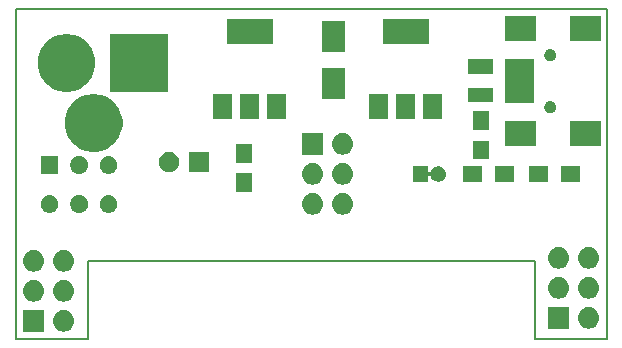
<source format=gbr>
%TF.GenerationSoftware,KiCad,Pcbnew,5.0.2-bee76a0~70~ubuntu18.04.1*%
%TF.CreationDate,2018-12-09T23:27:29+01:00*%
%TF.ProjectId,Protoboard_power_supply,50726f74-6f62-46f6-9172-645f706f7765,rev?*%
%TF.SameCoordinates,Original*%
%TF.FileFunction,Soldermask,Top*%
%TF.FilePolarity,Negative*%
%FSLAX46Y46*%
G04 Gerber Fmt 4.6, Leading zero omitted, Abs format (unit mm)*
G04 Created by KiCad (PCBNEW 5.0.2-bee76a0~70~ubuntu18.04.1) date dom 09 dic 2018 23:27:29 CET*
%MOMM*%
%LPD*%
G01*
G04 APERTURE LIST*
%ADD10C,0.127000*%
G04 APERTURE END LIST*
D10*
X148336000Y-114300000D02*
X148336000Y-107696000D01*
X192278000Y-114300000D02*
X192278000Y-86360000D01*
X186182000Y-107696000D02*
X186182000Y-114300000D01*
X142240000Y-114300000D02*
X142240000Y-86360000D01*
X148336000Y-114300000D02*
X142240000Y-114300000D01*
X186182000Y-107696000D02*
X148336000Y-107696000D01*
X192278000Y-114300000D02*
X186182000Y-114300000D01*
X142240000Y-86360000D02*
X192278000Y-86360000D01*
G36*
X146480432Y-111889022D02*
X146650081Y-111940485D01*
X146806433Y-112024056D01*
X146943475Y-112136525D01*
X147055944Y-112273567D01*
X147139515Y-112429919D01*
X147190978Y-112599568D01*
X147208354Y-112776000D01*
X147190978Y-112952432D01*
X147139515Y-113122081D01*
X147055944Y-113278433D01*
X146943475Y-113415475D01*
X146806433Y-113527944D01*
X146650081Y-113611515D01*
X146480432Y-113662978D01*
X146348211Y-113676000D01*
X146259789Y-113676000D01*
X146127568Y-113662978D01*
X145957919Y-113611515D01*
X145801567Y-113527944D01*
X145664525Y-113415475D01*
X145552056Y-113278433D01*
X145468485Y-113122081D01*
X145417022Y-112952432D01*
X145399646Y-112776000D01*
X145417022Y-112599568D01*
X145468485Y-112429919D01*
X145552056Y-112273567D01*
X145664525Y-112136525D01*
X145801567Y-112024056D01*
X145957919Y-111940485D01*
X146127568Y-111889022D01*
X146259789Y-111876000D01*
X146348211Y-111876000D01*
X146480432Y-111889022D01*
X146480432Y-111889022D01*
G37*
G36*
X144664000Y-113676000D02*
X142864000Y-113676000D01*
X142864000Y-111876000D01*
X144664000Y-111876000D01*
X144664000Y-113676000D01*
X144664000Y-113676000D01*
G37*
G36*
X190930432Y-111635022D02*
X191100081Y-111686485D01*
X191256433Y-111770056D01*
X191393475Y-111882525D01*
X191505944Y-112019567D01*
X191589515Y-112175919D01*
X191640978Y-112345568D01*
X191658354Y-112522000D01*
X191640978Y-112698432D01*
X191589515Y-112868081D01*
X191505944Y-113024433D01*
X191393475Y-113161475D01*
X191256433Y-113273944D01*
X191100081Y-113357515D01*
X190930432Y-113408978D01*
X190798211Y-113422000D01*
X190709789Y-113422000D01*
X190577568Y-113408978D01*
X190407919Y-113357515D01*
X190251567Y-113273944D01*
X190114525Y-113161475D01*
X190002056Y-113024433D01*
X189918485Y-112868081D01*
X189867022Y-112698432D01*
X189849646Y-112522000D01*
X189867022Y-112345568D01*
X189918485Y-112175919D01*
X190002056Y-112019567D01*
X190114525Y-111882525D01*
X190251567Y-111770056D01*
X190407919Y-111686485D01*
X190577568Y-111635022D01*
X190709789Y-111622000D01*
X190798211Y-111622000D01*
X190930432Y-111635022D01*
X190930432Y-111635022D01*
G37*
G36*
X189114000Y-113422000D02*
X187314000Y-113422000D01*
X187314000Y-111622000D01*
X189114000Y-111622000D01*
X189114000Y-113422000D01*
X189114000Y-113422000D01*
G37*
G36*
X143940432Y-109349022D02*
X144110081Y-109400485D01*
X144266433Y-109484056D01*
X144403475Y-109596525D01*
X144515944Y-109733567D01*
X144599515Y-109889919D01*
X144650978Y-110059568D01*
X144668354Y-110236000D01*
X144650978Y-110412432D01*
X144599515Y-110582081D01*
X144515944Y-110738433D01*
X144403475Y-110875475D01*
X144266433Y-110987944D01*
X144110081Y-111071515D01*
X143940432Y-111122978D01*
X143808211Y-111136000D01*
X143719789Y-111136000D01*
X143587568Y-111122978D01*
X143417919Y-111071515D01*
X143261567Y-110987944D01*
X143124525Y-110875475D01*
X143012056Y-110738433D01*
X142928485Y-110582081D01*
X142877022Y-110412432D01*
X142859646Y-110236000D01*
X142877022Y-110059568D01*
X142928485Y-109889919D01*
X143012056Y-109733567D01*
X143124525Y-109596525D01*
X143261567Y-109484056D01*
X143417919Y-109400485D01*
X143587568Y-109349022D01*
X143719789Y-109336000D01*
X143808211Y-109336000D01*
X143940432Y-109349022D01*
X143940432Y-109349022D01*
G37*
G36*
X146480432Y-109349022D02*
X146650081Y-109400485D01*
X146806433Y-109484056D01*
X146943475Y-109596525D01*
X147055944Y-109733567D01*
X147139515Y-109889919D01*
X147190978Y-110059568D01*
X147208354Y-110236000D01*
X147190978Y-110412432D01*
X147139515Y-110582081D01*
X147055944Y-110738433D01*
X146943475Y-110875475D01*
X146806433Y-110987944D01*
X146650081Y-111071515D01*
X146480432Y-111122978D01*
X146348211Y-111136000D01*
X146259789Y-111136000D01*
X146127568Y-111122978D01*
X145957919Y-111071515D01*
X145801567Y-110987944D01*
X145664525Y-110875475D01*
X145552056Y-110738433D01*
X145468485Y-110582081D01*
X145417022Y-110412432D01*
X145399646Y-110236000D01*
X145417022Y-110059568D01*
X145468485Y-109889919D01*
X145552056Y-109733567D01*
X145664525Y-109596525D01*
X145801567Y-109484056D01*
X145957919Y-109400485D01*
X146127568Y-109349022D01*
X146259789Y-109336000D01*
X146348211Y-109336000D01*
X146480432Y-109349022D01*
X146480432Y-109349022D01*
G37*
G36*
X188390432Y-109095022D02*
X188560081Y-109146485D01*
X188716433Y-109230056D01*
X188853475Y-109342525D01*
X188965944Y-109479567D01*
X189049515Y-109635919D01*
X189100978Y-109805568D01*
X189118354Y-109982000D01*
X189100978Y-110158432D01*
X189049515Y-110328081D01*
X188965944Y-110484433D01*
X188853475Y-110621475D01*
X188716433Y-110733944D01*
X188560081Y-110817515D01*
X188390432Y-110868978D01*
X188258211Y-110882000D01*
X188169789Y-110882000D01*
X188037568Y-110868978D01*
X187867919Y-110817515D01*
X187711567Y-110733944D01*
X187574525Y-110621475D01*
X187462056Y-110484433D01*
X187378485Y-110328081D01*
X187327022Y-110158432D01*
X187309646Y-109982000D01*
X187327022Y-109805568D01*
X187378485Y-109635919D01*
X187462056Y-109479567D01*
X187574525Y-109342525D01*
X187711567Y-109230056D01*
X187867919Y-109146485D01*
X188037568Y-109095022D01*
X188169789Y-109082000D01*
X188258211Y-109082000D01*
X188390432Y-109095022D01*
X188390432Y-109095022D01*
G37*
G36*
X190930432Y-109095022D02*
X191100081Y-109146485D01*
X191256433Y-109230056D01*
X191393475Y-109342525D01*
X191505944Y-109479567D01*
X191589515Y-109635919D01*
X191640978Y-109805568D01*
X191658354Y-109982000D01*
X191640978Y-110158432D01*
X191589515Y-110328081D01*
X191505944Y-110484433D01*
X191393475Y-110621475D01*
X191256433Y-110733944D01*
X191100081Y-110817515D01*
X190930432Y-110868978D01*
X190798211Y-110882000D01*
X190709789Y-110882000D01*
X190577568Y-110868978D01*
X190407919Y-110817515D01*
X190251567Y-110733944D01*
X190114525Y-110621475D01*
X190002056Y-110484433D01*
X189918485Y-110328081D01*
X189867022Y-110158432D01*
X189849646Y-109982000D01*
X189867022Y-109805568D01*
X189918485Y-109635919D01*
X190002056Y-109479567D01*
X190114525Y-109342525D01*
X190251567Y-109230056D01*
X190407919Y-109146485D01*
X190577568Y-109095022D01*
X190709789Y-109082000D01*
X190798211Y-109082000D01*
X190930432Y-109095022D01*
X190930432Y-109095022D01*
G37*
G36*
X146480432Y-106809022D02*
X146650081Y-106860485D01*
X146806433Y-106944056D01*
X146943475Y-107056525D01*
X147055944Y-107193567D01*
X147139515Y-107349919D01*
X147190978Y-107519568D01*
X147208354Y-107696000D01*
X147190978Y-107872432D01*
X147139515Y-108042081D01*
X147055944Y-108198433D01*
X146943475Y-108335475D01*
X146806433Y-108447944D01*
X146650081Y-108531515D01*
X146480432Y-108582978D01*
X146348211Y-108596000D01*
X146259789Y-108596000D01*
X146127568Y-108582978D01*
X145957919Y-108531515D01*
X145801567Y-108447944D01*
X145664525Y-108335475D01*
X145552056Y-108198433D01*
X145468485Y-108042081D01*
X145417022Y-107872432D01*
X145399646Y-107696000D01*
X145417022Y-107519568D01*
X145468485Y-107349919D01*
X145552056Y-107193567D01*
X145664525Y-107056525D01*
X145801567Y-106944056D01*
X145957919Y-106860485D01*
X146127568Y-106809022D01*
X146259789Y-106796000D01*
X146348211Y-106796000D01*
X146480432Y-106809022D01*
X146480432Y-106809022D01*
G37*
G36*
X143940432Y-106809022D02*
X144110081Y-106860485D01*
X144266433Y-106944056D01*
X144403475Y-107056525D01*
X144515944Y-107193567D01*
X144599515Y-107349919D01*
X144650978Y-107519568D01*
X144668354Y-107696000D01*
X144650978Y-107872432D01*
X144599515Y-108042081D01*
X144515944Y-108198433D01*
X144403475Y-108335475D01*
X144266433Y-108447944D01*
X144110081Y-108531515D01*
X143940432Y-108582978D01*
X143808211Y-108596000D01*
X143719789Y-108596000D01*
X143587568Y-108582978D01*
X143417919Y-108531515D01*
X143261567Y-108447944D01*
X143124525Y-108335475D01*
X143012056Y-108198433D01*
X142928485Y-108042081D01*
X142877022Y-107872432D01*
X142859646Y-107696000D01*
X142877022Y-107519568D01*
X142928485Y-107349919D01*
X143012056Y-107193567D01*
X143124525Y-107056525D01*
X143261567Y-106944056D01*
X143417919Y-106860485D01*
X143587568Y-106809022D01*
X143719789Y-106796000D01*
X143808211Y-106796000D01*
X143940432Y-106809022D01*
X143940432Y-106809022D01*
G37*
G36*
X188390432Y-106555022D02*
X188560081Y-106606485D01*
X188716433Y-106690056D01*
X188853475Y-106802525D01*
X188965944Y-106939567D01*
X189049515Y-107095919D01*
X189100978Y-107265568D01*
X189118354Y-107442000D01*
X189100978Y-107618432D01*
X189049515Y-107788081D01*
X188965944Y-107944433D01*
X188853475Y-108081475D01*
X188716433Y-108193944D01*
X188560081Y-108277515D01*
X188390432Y-108328978D01*
X188258211Y-108342000D01*
X188169789Y-108342000D01*
X188037568Y-108328978D01*
X187867919Y-108277515D01*
X187711567Y-108193944D01*
X187574525Y-108081475D01*
X187462056Y-107944433D01*
X187378485Y-107788081D01*
X187327022Y-107618432D01*
X187309646Y-107442000D01*
X187327022Y-107265568D01*
X187378485Y-107095919D01*
X187462056Y-106939567D01*
X187574525Y-106802525D01*
X187711567Y-106690056D01*
X187867919Y-106606485D01*
X188037568Y-106555022D01*
X188169789Y-106542000D01*
X188258211Y-106542000D01*
X188390432Y-106555022D01*
X188390432Y-106555022D01*
G37*
G36*
X190930432Y-106555022D02*
X191100081Y-106606485D01*
X191256433Y-106690056D01*
X191393475Y-106802525D01*
X191505944Y-106939567D01*
X191589515Y-107095919D01*
X191640978Y-107265568D01*
X191658354Y-107442000D01*
X191640978Y-107618432D01*
X191589515Y-107788081D01*
X191505944Y-107944433D01*
X191393475Y-108081475D01*
X191256433Y-108193944D01*
X191100081Y-108277515D01*
X190930432Y-108328978D01*
X190798211Y-108342000D01*
X190709789Y-108342000D01*
X190577568Y-108328978D01*
X190407919Y-108277515D01*
X190251567Y-108193944D01*
X190114525Y-108081475D01*
X190002056Y-107944433D01*
X189918485Y-107788081D01*
X189867022Y-107618432D01*
X189849646Y-107442000D01*
X189867022Y-107265568D01*
X189918485Y-107095919D01*
X190002056Y-106939567D01*
X190114525Y-106802525D01*
X190251567Y-106690056D01*
X190407919Y-106606485D01*
X190577568Y-106555022D01*
X190709789Y-106542000D01*
X190798211Y-106542000D01*
X190930432Y-106555022D01*
X190930432Y-106555022D01*
G37*
G36*
X170102432Y-101983022D02*
X170272081Y-102034485D01*
X170428433Y-102118056D01*
X170565475Y-102230525D01*
X170677944Y-102367567D01*
X170761515Y-102523919D01*
X170812978Y-102693568D01*
X170830354Y-102870000D01*
X170812978Y-103046432D01*
X170761515Y-103216081D01*
X170677944Y-103372433D01*
X170565475Y-103509475D01*
X170428433Y-103621944D01*
X170272081Y-103705515D01*
X170102432Y-103756978D01*
X169970211Y-103770000D01*
X169881789Y-103770000D01*
X169749568Y-103756978D01*
X169579919Y-103705515D01*
X169423567Y-103621944D01*
X169286525Y-103509475D01*
X169174056Y-103372433D01*
X169090485Y-103216081D01*
X169039022Y-103046432D01*
X169021646Y-102870000D01*
X169039022Y-102693568D01*
X169090485Y-102523919D01*
X169174056Y-102367567D01*
X169286525Y-102230525D01*
X169423567Y-102118056D01*
X169579919Y-102034485D01*
X169749568Y-101983022D01*
X169881789Y-101970000D01*
X169970211Y-101970000D01*
X170102432Y-101983022D01*
X170102432Y-101983022D01*
G37*
G36*
X167562432Y-101983022D02*
X167732081Y-102034485D01*
X167888433Y-102118056D01*
X168025475Y-102230525D01*
X168137944Y-102367567D01*
X168221515Y-102523919D01*
X168272978Y-102693568D01*
X168290354Y-102870000D01*
X168272978Y-103046432D01*
X168221515Y-103216081D01*
X168137944Y-103372433D01*
X168025475Y-103509475D01*
X167888433Y-103621944D01*
X167732081Y-103705515D01*
X167562432Y-103756978D01*
X167430211Y-103770000D01*
X167341789Y-103770000D01*
X167209568Y-103756978D01*
X167039919Y-103705515D01*
X166883567Y-103621944D01*
X166746525Y-103509475D01*
X166634056Y-103372433D01*
X166550485Y-103216081D01*
X166499022Y-103046432D01*
X166481646Y-102870000D01*
X166499022Y-102693568D01*
X166550485Y-102523919D01*
X166634056Y-102367567D01*
X166746525Y-102230525D01*
X166883567Y-102118056D01*
X167039919Y-102034485D01*
X167209568Y-101983022D01*
X167341789Y-101970000D01*
X167430211Y-101970000D01*
X167562432Y-101983022D01*
X167562432Y-101983022D01*
G37*
G36*
X145260318Y-102132411D02*
X145332767Y-102146822D01*
X145389303Y-102170240D01*
X145469257Y-102203358D01*
X145592100Y-102285439D01*
X145696561Y-102389900D01*
X145778642Y-102512743D01*
X145835178Y-102649234D01*
X145864000Y-102794130D01*
X145864000Y-102941870D01*
X145835178Y-103086766D01*
X145778642Y-103223257D01*
X145696561Y-103346100D01*
X145592100Y-103450561D01*
X145469257Y-103532642D01*
X145389303Y-103565760D01*
X145332767Y-103589178D01*
X145260318Y-103603589D01*
X145187870Y-103618000D01*
X145040130Y-103618000D01*
X144967682Y-103603589D01*
X144895233Y-103589178D01*
X144838697Y-103565760D01*
X144758743Y-103532642D01*
X144635900Y-103450561D01*
X144531439Y-103346100D01*
X144449358Y-103223257D01*
X144392822Y-103086766D01*
X144364000Y-102941870D01*
X144364000Y-102794130D01*
X144392822Y-102649234D01*
X144449358Y-102512743D01*
X144531439Y-102389900D01*
X144635900Y-102285439D01*
X144758743Y-102203358D01*
X144838697Y-102170240D01*
X144895233Y-102146822D01*
X144967682Y-102132411D01*
X145040130Y-102118000D01*
X145187870Y-102118000D01*
X145260318Y-102132411D01*
X145260318Y-102132411D01*
G37*
G36*
X150260318Y-102132411D02*
X150332767Y-102146822D01*
X150389303Y-102170240D01*
X150469257Y-102203358D01*
X150592100Y-102285439D01*
X150696561Y-102389900D01*
X150778642Y-102512743D01*
X150835178Y-102649234D01*
X150864000Y-102794130D01*
X150864000Y-102941870D01*
X150835178Y-103086766D01*
X150778642Y-103223257D01*
X150696561Y-103346100D01*
X150592100Y-103450561D01*
X150469257Y-103532642D01*
X150389303Y-103565760D01*
X150332767Y-103589178D01*
X150260318Y-103603589D01*
X150187870Y-103618000D01*
X150040130Y-103618000D01*
X149967682Y-103603589D01*
X149895233Y-103589178D01*
X149838697Y-103565760D01*
X149758743Y-103532642D01*
X149635900Y-103450561D01*
X149531439Y-103346100D01*
X149449358Y-103223257D01*
X149392822Y-103086766D01*
X149364000Y-102941870D01*
X149364000Y-102794130D01*
X149392822Y-102649234D01*
X149449358Y-102512743D01*
X149531439Y-102389900D01*
X149635900Y-102285439D01*
X149758743Y-102203358D01*
X149838697Y-102170240D01*
X149895233Y-102146822D01*
X149967682Y-102132411D01*
X150040130Y-102118000D01*
X150187870Y-102118000D01*
X150260318Y-102132411D01*
X150260318Y-102132411D01*
G37*
G36*
X147760318Y-102132411D02*
X147832767Y-102146822D01*
X147889303Y-102170240D01*
X147969257Y-102203358D01*
X148092100Y-102285439D01*
X148196561Y-102389900D01*
X148278642Y-102512743D01*
X148335178Y-102649234D01*
X148364000Y-102794130D01*
X148364000Y-102941870D01*
X148335178Y-103086766D01*
X148278642Y-103223257D01*
X148196561Y-103346100D01*
X148092100Y-103450561D01*
X147969257Y-103532642D01*
X147889303Y-103565760D01*
X147832767Y-103589178D01*
X147760318Y-103603589D01*
X147687870Y-103618000D01*
X147540130Y-103618000D01*
X147467682Y-103603589D01*
X147395233Y-103589178D01*
X147338697Y-103565760D01*
X147258743Y-103532642D01*
X147135900Y-103450561D01*
X147031439Y-103346100D01*
X146949358Y-103223257D01*
X146892822Y-103086766D01*
X146864000Y-102941870D01*
X146864000Y-102794130D01*
X146892822Y-102649234D01*
X146949358Y-102512743D01*
X147031439Y-102389900D01*
X147135900Y-102285439D01*
X147258743Y-102203358D01*
X147338697Y-102170240D01*
X147395233Y-102146822D01*
X147467682Y-102132411D01*
X147540130Y-102118000D01*
X147687870Y-102118000D01*
X147760318Y-102132411D01*
X147760318Y-102132411D01*
G37*
G36*
X162219000Y-101872000D02*
X160869000Y-101872000D01*
X160869000Y-100272000D01*
X162219000Y-100272000D01*
X162219000Y-101872000D01*
X162219000Y-101872000D01*
G37*
G36*
X170102432Y-99443022D02*
X170272081Y-99494485D01*
X170428433Y-99578056D01*
X170565475Y-99690525D01*
X170677944Y-99827567D01*
X170761515Y-99983919D01*
X170812978Y-100153568D01*
X170830354Y-100330000D01*
X170812978Y-100506432D01*
X170761515Y-100676081D01*
X170677944Y-100832433D01*
X170565475Y-100969475D01*
X170428433Y-101081944D01*
X170272081Y-101165515D01*
X170102432Y-101216978D01*
X169970211Y-101230000D01*
X169881789Y-101230000D01*
X169749568Y-101216978D01*
X169579919Y-101165515D01*
X169423567Y-101081944D01*
X169286525Y-100969475D01*
X169174056Y-100832433D01*
X169090485Y-100676081D01*
X169039022Y-100506432D01*
X169021646Y-100330000D01*
X169039022Y-100153568D01*
X169090485Y-99983919D01*
X169174056Y-99827567D01*
X169286525Y-99690525D01*
X169423567Y-99578056D01*
X169579919Y-99494485D01*
X169749568Y-99443022D01*
X169881789Y-99430000D01*
X169970211Y-99430000D01*
X170102432Y-99443022D01*
X170102432Y-99443022D01*
G37*
G36*
X167562432Y-99443022D02*
X167732081Y-99494485D01*
X167888433Y-99578056D01*
X168025475Y-99690525D01*
X168137944Y-99827567D01*
X168221515Y-99983919D01*
X168272978Y-100153568D01*
X168290354Y-100330000D01*
X168272978Y-100506432D01*
X168221515Y-100676081D01*
X168137944Y-100832433D01*
X168025475Y-100969475D01*
X167888433Y-101081944D01*
X167732081Y-101165515D01*
X167562432Y-101216978D01*
X167430211Y-101230000D01*
X167341789Y-101230000D01*
X167209568Y-101216978D01*
X167039919Y-101165515D01*
X166883567Y-101081944D01*
X166746525Y-100969475D01*
X166634056Y-100832433D01*
X166550485Y-100676081D01*
X166499022Y-100506432D01*
X166481646Y-100330000D01*
X166499022Y-100153568D01*
X166550485Y-99983919D01*
X166634056Y-99827567D01*
X166746525Y-99690525D01*
X166883567Y-99578056D01*
X167039919Y-99494485D01*
X167209568Y-99443022D01*
X167341789Y-99430000D01*
X167430211Y-99430000D01*
X167562432Y-99443022D01*
X167562432Y-99443022D01*
G37*
G36*
X187330000Y-101030000D02*
X185730000Y-101030000D01*
X185730000Y-99630000D01*
X187330000Y-99630000D01*
X187330000Y-101030000D01*
X187330000Y-101030000D01*
G37*
G36*
X181742000Y-101030000D02*
X180142000Y-101030000D01*
X180142000Y-99630000D01*
X181742000Y-99630000D01*
X181742000Y-101030000D01*
X181742000Y-101030000D01*
G37*
G36*
X184442000Y-101030000D02*
X182842000Y-101030000D01*
X182842000Y-99630000D01*
X184442000Y-99630000D01*
X184442000Y-101030000D01*
X184442000Y-101030000D01*
G37*
G36*
X190030000Y-101030000D02*
X188430000Y-101030000D01*
X188430000Y-99630000D01*
X190030000Y-99630000D01*
X190030000Y-101030000D01*
X190030000Y-101030000D01*
G37*
G36*
X177180000Y-100055133D02*
X177182402Y-100079519D01*
X177189515Y-100102968D01*
X177201066Y-100124579D01*
X177216612Y-100143521D01*
X177235554Y-100159067D01*
X177257165Y-100170618D01*
X177280614Y-100177731D01*
X177305000Y-100180133D01*
X177329386Y-100177731D01*
X177352835Y-100170618D01*
X177374446Y-100159067D01*
X177393388Y-100143521D01*
X177408934Y-100124579D01*
X177420485Y-100102968D01*
X177453977Y-100022110D01*
X177525114Y-99915646D01*
X177615646Y-99825114D01*
X177722110Y-99753977D01*
X177812284Y-99716626D01*
X177840402Y-99704979D01*
X177882262Y-99696653D01*
X177965979Y-99680000D01*
X178094021Y-99680000D01*
X178177738Y-99696653D01*
X178219598Y-99704979D01*
X178247716Y-99716626D01*
X178337890Y-99753977D01*
X178444354Y-99825114D01*
X178534886Y-99915646D01*
X178606023Y-100022110D01*
X178629802Y-100079519D01*
X178651266Y-100131336D01*
X178655021Y-100140403D01*
X178680000Y-100265979D01*
X178680000Y-100394021D01*
X178655021Y-100519597D01*
X178606023Y-100637890D01*
X178534886Y-100744354D01*
X178444354Y-100834886D01*
X178337890Y-100906023D01*
X178254245Y-100940670D01*
X178219598Y-100955021D01*
X178177738Y-100963347D01*
X178094021Y-100980000D01*
X177965979Y-100980000D01*
X177882262Y-100963347D01*
X177840402Y-100955021D01*
X177805755Y-100940670D01*
X177722110Y-100906023D01*
X177615646Y-100834886D01*
X177525114Y-100744354D01*
X177453977Y-100637890D01*
X177420485Y-100557032D01*
X177408934Y-100535421D01*
X177393388Y-100516479D01*
X177374446Y-100500933D01*
X177352836Y-100489382D01*
X177329386Y-100482269D01*
X177305000Y-100479867D01*
X177280614Y-100482269D01*
X177257165Y-100489382D01*
X177235554Y-100500933D01*
X177216612Y-100516479D01*
X177201066Y-100535421D01*
X177189515Y-100557031D01*
X177182402Y-100580481D01*
X177180000Y-100604867D01*
X177180000Y-100980000D01*
X175880000Y-100980000D01*
X175880000Y-99680000D01*
X177180000Y-99680000D01*
X177180000Y-100055133D01*
X177180000Y-100055133D01*
G37*
G36*
X150260318Y-98832411D02*
X150332767Y-98846822D01*
X150389303Y-98870240D01*
X150469257Y-98903358D01*
X150592100Y-98985439D01*
X150696561Y-99089900D01*
X150778642Y-99212743D01*
X150811760Y-99292697D01*
X150835178Y-99349233D01*
X150864000Y-99494131D01*
X150864000Y-99641869D01*
X150835178Y-99786767D01*
X150811760Y-99843303D01*
X150778642Y-99923257D01*
X150696561Y-100046100D01*
X150592100Y-100150561D01*
X150469257Y-100232642D01*
X150389303Y-100265760D01*
X150332767Y-100289178D01*
X150260318Y-100303589D01*
X150187870Y-100318000D01*
X150040130Y-100318000D01*
X149967682Y-100303589D01*
X149895233Y-100289178D01*
X149838697Y-100265760D01*
X149758743Y-100232642D01*
X149635900Y-100150561D01*
X149531439Y-100046100D01*
X149449358Y-99923257D01*
X149416240Y-99843303D01*
X149392822Y-99786767D01*
X149364000Y-99641869D01*
X149364000Y-99494131D01*
X149392822Y-99349233D01*
X149416240Y-99292697D01*
X149449358Y-99212743D01*
X149531439Y-99089900D01*
X149635900Y-98985439D01*
X149758743Y-98903358D01*
X149838697Y-98870240D01*
X149895233Y-98846822D01*
X149967682Y-98832411D01*
X150040130Y-98818000D01*
X150187870Y-98818000D01*
X150260318Y-98832411D01*
X150260318Y-98832411D01*
G37*
G36*
X147760318Y-98832411D02*
X147832767Y-98846822D01*
X147889303Y-98870240D01*
X147969257Y-98903358D01*
X148092100Y-98985439D01*
X148196561Y-99089900D01*
X148278642Y-99212743D01*
X148311760Y-99292697D01*
X148335178Y-99349233D01*
X148364000Y-99494131D01*
X148364000Y-99641869D01*
X148335178Y-99786767D01*
X148311760Y-99843303D01*
X148278642Y-99923257D01*
X148196561Y-100046100D01*
X148092100Y-100150561D01*
X147969257Y-100232642D01*
X147889303Y-100265760D01*
X147832767Y-100289178D01*
X147760318Y-100303589D01*
X147687870Y-100318000D01*
X147540130Y-100318000D01*
X147467682Y-100303589D01*
X147395233Y-100289178D01*
X147338697Y-100265760D01*
X147258743Y-100232642D01*
X147135900Y-100150561D01*
X147031439Y-100046100D01*
X146949358Y-99923257D01*
X146916240Y-99843303D01*
X146892822Y-99786767D01*
X146864000Y-99641869D01*
X146864000Y-99494131D01*
X146892822Y-99349233D01*
X146916240Y-99292697D01*
X146949358Y-99212743D01*
X147031439Y-99089900D01*
X147135900Y-98985439D01*
X147258743Y-98903358D01*
X147338697Y-98870240D01*
X147395233Y-98846822D01*
X147467682Y-98832411D01*
X147540130Y-98818000D01*
X147687870Y-98818000D01*
X147760318Y-98832411D01*
X147760318Y-98832411D01*
G37*
G36*
X145864000Y-100318000D02*
X144364000Y-100318000D01*
X144364000Y-98818000D01*
X145864000Y-98818000D01*
X145864000Y-100318000D01*
X145864000Y-100318000D01*
G37*
G36*
X158584000Y-100164000D02*
X156884000Y-100164000D01*
X156884000Y-98464000D01*
X158584000Y-98464000D01*
X158584000Y-100164000D01*
X158584000Y-100164000D01*
G37*
G36*
X155481934Y-98496664D02*
X155636627Y-98560740D01*
X155775847Y-98653764D01*
X155894236Y-98772153D01*
X155987260Y-98911373D01*
X156051336Y-99066066D01*
X156084000Y-99230281D01*
X156084000Y-99397719D01*
X156051336Y-99561934D01*
X155987260Y-99716627D01*
X155894236Y-99855847D01*
X155775847Y-99974236D01*
X155636627Y-100067260D01*
X155481934Y-100131336D01*
X155317719Y-100164000D01*
X155150281Y-100164000D01*
X154986066Y-100131336D01*
X154831373Y-100067260D01*
X154692153Y-99974236D01*
X154573764Y-99855847D01*
X154480740Y-99716627D01*
X154416664Y-99561934D01*
X154384000Y-99397719D01*
X154384000Y-99230281D01*
X154416664Y-99066066D01*
X154480740Y-98911373D01*
X154573764Y-98772153D01*
X154692153Y-98653764D01*
X154831373Y-98560740D01*
X154986066Y-98496664D01*
X155150281Y-98464000D01*
X155317719Y-98464000D01*
X155481934Y-98496664D01*
X155481934Y-98496664D01*
G37*
G36*
X162219000Y-99372000D02*
X160869000Y-99372000D01*
X160869000Y-97772000D01*
X162219000Y-97772000D01*
X162219000Y-99372000D01*
X162219000Y-99372000D01*
G37*
G36*
X182285000Y-99098000D02*
X180935000Y-99098000D01*
X180935000Y-97498000D01*
X182285000Y-97498000D01*
X182285000Y-99098000D01*
X182285000Y-99098000D01*
G37*
G36*
X170102432Y-96903022D02*
X170272081Y-96954485D01*
X170428433Y-97038056D01*
X170565475Y-97150525D01*
X170677944Y-97287567D01*
X170761515Y-97443919D01*
X170812978Y-97613568D01*
X170830354Y-97790000D01*
X170812978Y-97966432D01*
X170761515Y-98136081D01*
X170677944Y-98292433D01*
X170565475Y-98429475D01*
X170428433Y-98541944D01*
X170272081Y-98625515D01*
X170102432Y-98676978D01*
X169970211Y-98690000D01*
X169881789Y-98690000D01*
X169749568Y-98676978D01*
X169579919Y-98625515D01*
X169423567Y-98541944D01*
X169286525Y-98429475D01*
X169174056Y-98292433D01*
X169090485Y-98136081D01*
X169039022Y-97966432D01*
X169021646Y-97790000D01*
X169039022Y-97613568D01*
X169090485Y-97443919D01*
X169174056Y-97287567D01*
X169286525Y-97150525D01*
X169423567Y-97038056D01*
X169579919Y-96954485D01*
X169749568Y-96903022D01*
X169881789Y-96890000D01*
X169970211Y-96890000D01*
X170102432Y-96903022D01*
X170102432Y-96903022D01*
G37*
G36*
X168286000Y-98690000D02*
X166486000Y-98690000D01*
X166486000Y-96890000D01*
X168286000Y-96890000D01*
X168286000Y-98690000D01*
X168286000Y-98690000D01*
G37*
G36*
X149321971Y-93609076D02*
X149558639Y-93656152D01*
X150004510Y-93840838D01*
X150405784Y-94108960D01*
X150747040Y-94450216D01*
X151015162Y-94851490D01*
X151199848Y-95297361D01*
X151294000Y-95770696D01*
X151294000Y-96253304D01*
X151199848Y-96726639D01*
X151015162Y-97172510D01*
X150747040Y-97573784D01*
X150405784Y-97915040D01*
X150004510Y-98183162D01*
X149558639Y-98367848D01*
X149085305Y-98462000D01*
X148602695Y-98462000D01*
X148366029Y-98414924D01*
X148129361Y-98367848D01*
X147683490Y-98183162D01*
X147282216Y-97915040D01*
X146940960Y-97573784D01*
X146672838Y-97172510D01*
X146488152Y-96726639D01*
X146394000Y-96253304D01*
X146394000Y-95770696D01*
X146488152Y-95297361D01*
X146672838Y-94851490D01*
X146940960Y-94450216D01*
X147282216Y-94108960D01*
X147683490Y-93840838D01*
X148129361Y-93656152D01*
X148366029Y-93609076D01*
X148602695Y-93562000D01*
X149085305Y-93562000D01*
X149321971Y-93609076D01*
X149321971Y-93609076D01*
G37*
G36*
X191806000Y-97956000D02*
X189206000Y-97956000D01*
X189206000Y-95856000D01*
X191806000Y-95856000D01*
X191806000Y-97956000D01*
X191806000Y-97956000D01*
G37*
G36*
X186306000Y-97956000D02*
X183706000Y-97956000D01*
X183706000Y-95856000D01*
X186306000Y-95856000D01*
X186306000Y-97956000D01*
X186306000Y-97956000D01*
G37*
G36*
X182285000Y-96598000D02*
X180935000Y-96598000D01*
X180935000Y-94998000D01*
X182285000Y-94998000D01*
X182285000Y-96598000D01*
X182285000Y-96598000D01*
G37*
G36*
X162852000Y-95640000D02*
X161252000Y-95640000D01*
X161252000Y-93540000D01*
X162852000Y-93540000D01*
X162852000Y-95640000D01*
X162852000Y-95640000D01*
G37*
G36*
X178360000Y-95640000D02*
X176760000Y-95640000D01*
X176760000Y-93540000D01*
X178360000Y-93540000D01*
X178360000Y-95640000D01*
X178360000Y-95640000D01*
G37*
G36*
X160552000Y-95640000D02*
X158952000Y-95640000D01*
X158952000Y-93540000D01*
X160552000Y-93540000D01*
X160552000Y-95640000D01*
X160552000Y-95640000D01*
G37*
G36*
X165152000Y-95640000D02*
X163552000Y-95640000D01*
X163552000Y-93540000D01*
X165152000Y-93540000D01*
X165152000Y-95640000D01*
X165152000Y-95640000D01*
G37*
G36*
X173760000Y-95640000D02*
X172160000Y-95640000D01*
X172160000Y-93540000D01*
X173760000Y-93540000D01*
X173760000Y-95640000D01*
X173760000Y-95640000D01*
G37*
G36*
X176060000Y-95640000D02*
X174460000Y-95640000D01*
X174460000Y-93540000D01*
X176060000Y-93540000D01*
X176060000Y-95640000D01*
X176060000Y-95640000D01*
G37*
G36*
X187651845Y-94175215D02*
X187742839Y-94212906D01*
X187823640Y-94266896D01*
X187824734Y-94267627D01*
X187894373Y-94337266D01*
X187949095Y-94419163D01*
X187986785Y-94510155D01*
X188006000Y-94606755D01*
X188006000Y-94705245D01*
X187986785Y-94801845D01*
X187949095Y-94892837D01*
X187894373Y-94974734D01*
X187824734Y-95044373D01*
X187824731Y-95044375D01*
X187742839Y-95099094D01*
X187651845Y-95136785D01*
X187555246Y-95156000D01*
X187456754Y-95156000D01*
X187360155Y-95136785D01*
X187269161Y-95099094D01*
X187187269Y-95044375D01*
X187187266Y-95044373D01*
X187117627Y-94974734D01*
X187062905Y-94892837D01*
X187025215Y-94801845D01*
X187006000Y-94705245D01*
X187006000Y-94606755D01*
X187025215Y-94510155D01*
X187062905Y-94419163D01*
X187117627Y-94337266D01*
X187187266Y-94267627D01*
X187188360Y-94266896D01*
X187269161Y-94212906D01*
X187360155Y-94175215D01*
X187456754Y-94156000D01*
X187555246Y-94156000D01*
X187651845Y-94175215D01*
X187651845Y-94175215D01*
G37*
G36*
X186106000Y-94356000D02*
X183706000Y-94356000D01*
X183706000Y-90556000D01*
X186106000Y-90556000D01*
X186106000Y-94356000D01*
X186106000Y-94356000D01*
G37*
G36*
X182675000Y-94276000D02*
X180545000Y-94276000D01*
X180545000Y-93036000D01*
X182675000Y-93036000D01*
X182675000Y-94276000D01*
X182675000Y-94276000D01*
G37*
G36*
X170114000Y-93978000D02*
X168214000Y-93978000D01*
X168214000Y-91378000D01*
X170114000Y-91378000D01*
X170114000Y-93978000D01*
X170114000Y-93978000D01*
G37*
G36*
X147031971Y-88529076D02*
X147268639Y-88576152D01*
X147714510Y-88760838D01*
X148115784Y-89028960D01*
X148457040Y-89370216D01*
X148725162Y-89771490D01*
X148909848Y-90217361D01*
X148909848Y-90217362D01*
X148964644Y-90492837D01*
X149004000Y-90690696D01*
X149004000Y-91173304D01*
X148909848Y-91646639D01*
X148725162Y-92092510D01*
X148457040Y-92493784D01*
X148115784Y-92835040D01*
X147714510Y-93103162D01*
X147268639Y-93287848D01*
X147031971Y-93334924D01*
X146795305Y-93382000D01*
X146312695Y-93382000D01*
X146076029Y-93334924D01*
X145839361Y-93287848D01*
X145393490Y-93103162D01*
X144992216Y-92835040D01*
X144650960Y-92493784D01*
X144382838Y-92092510D01*
X144198152Y-91646639D01*
X144104000Y-91173304D01*
X144104000Y-90690696D01*
X144143357Y-90492837D01*
X144198152Y-90217362D01*
X144198152Y-90217361D01*
X144382838Y-89771490D01*
X144650960Y-89370216D01*
X144992216Y-89028960D01*
X145393490Y-88760838D01*
X145839361Y-88576152D01*
X146076029Y-88529076D01*
X146312695Y-88482000D01*
X146795305Y-88482000D01*
X147031971Y-88529076D01*
X147031971Y-88529076D01*
G37*
G36*
X155104000Y-93382000D02*
X150204000Y-93382000D01*
X150204000Y-88482000D01*
X155104000Y-88482000D01*
X155104000Y-93382000D01*
X155104000Y-93382000D01*
G37*
G36*
X182675000Y-91876000D02*
X180545000Y-91876000D01*
X180545000Y-90636000D01*
X182675000Y-90636000D01*
X182675000Y-91876000D01*
X182675000Y-91876000D01*
G37*
G36*
X187651845Y-89775215D02*
X187742839Y-89812906D01*
X187823640Y-89866896D01*
X187824734Y-89867627D01*
X187894373Y-89937266D01*
X187949095Y-90019163D01*
X187986785Y-90110155D01*
X188006000Y-90206755D01*
X188006000Y-90305245D01*
X187986785Y-90401845D01*
X187949095Y-90492837D01*
X187894373Y-90574734D01*
X187824734Y-90644373D01*
X187824731Y-90644375D01*
X187742839Y-90699094D01*
X187651845Y-90736785D01*
X187555246Y-90756000D01*
X187456754Y-90756000D01*
X187360155Y-90736785D01*
X187269161Y-90699094D01*
X187187269Y-90644375D01*
X187187266Y-90644373D01*
X187117627Y-90574734D01*
X187062905Y-90492837D01*
X187025215Y-90401845D01*
X187006000Y-90305245D01*
X187006000Y-90206755D01*
X187025215Y-90110155D01*
X187062905Y-90019163D01*
X187117627Y-89937266D01*
X187187266Y-89867627D01*
X187188360Y-89866896D01*
X187269161Y-89812906D01*
X187360155Y-89775215D01*
X187456754Y-89756000D01*
X187555246Y-89756000D01*
X187651845Y-89775215D01*
X187651845Y-89775215D01*
G37*
G36*
X170114000Y-89978000D02*
X168214000Y-89978000D01*
X168214000Y-87378000D01*
X170114000Y-87378000D01*
X170114000Y-89978000D01*
X170114000Y-89978000D01*
G37*
G36*
X177210000Y-89340000D02*
X173310000Y-89340000D01*
X173310000Y-87240000D01*
X177210000Y-87240000D01*
X177210000Y-89340000D01*
X177210000Y-89340000D01*
G37*
G36*
X164002000Y-89340000D02*
X160102000Y-89340000D01*
X160102000Y-87240000D01*
X164002000Y-87240000D01*
X164002000Y-89340000D01*
X164002000Y-89340000D01*
G37*
G36*
X186306000Y-89056000D02*
X183706000Y-89056000D01*
X183706000Y-86956000D01*
X186306000Y-86956000D01*
X186306000Y-89056000D01*
X186306000Y-89056000D01*
G37*
G36*
X191806000Y-89056000D02*
X189206000Y-89056000D01*
X189206000Y-86956000D01*
X191806000Y-86956000D01*
X191806000Y-89056000D01*
X191806000Y-89056000D01*
G37*
M02*

</source>
